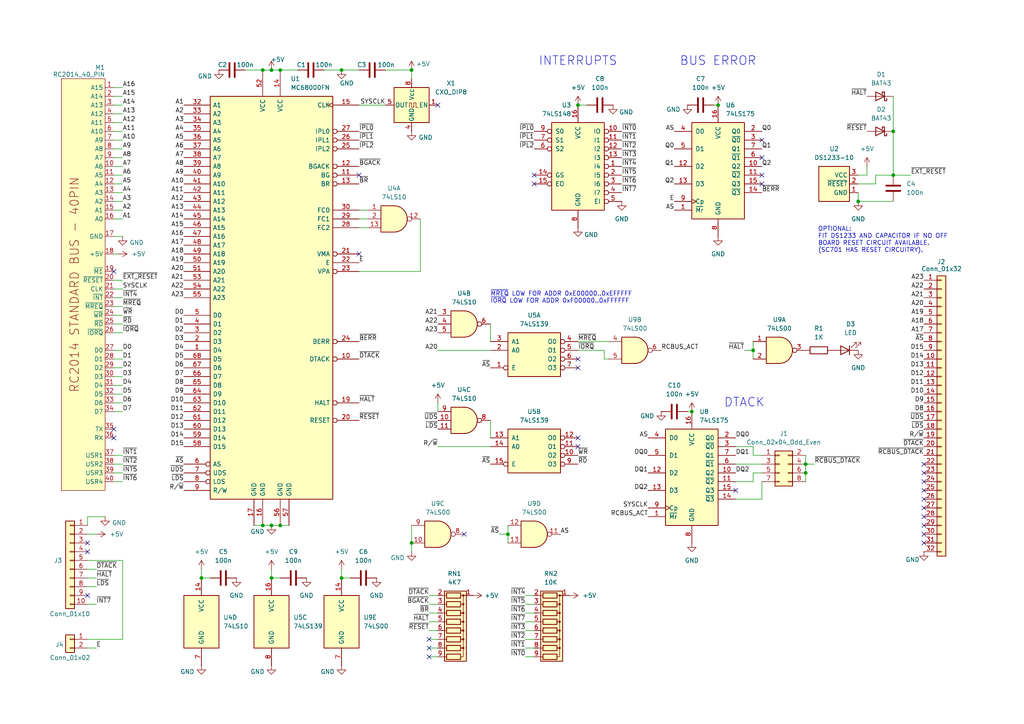
<source format=kicad_sch>
(kicad_sch (version 20231120) (generator "eeschema") (generator_version "8.0")
  (paper "A4")
  (title_block (title "RCBus (80-pin) MC68000 Processor Card") (date "2024-11-18") (rev "0.a"))
  (junction (at 99.06 167.64))
  (junction (at 233.68 134.62))
  (junction (at 147.32 154.94))
  (junction (at 218.44 101.6))
  (junction (at 259.08 38.1))
  (junction (at 78.74 152.4))
  (junction (at 248.92 58.42))
  (junction (at 259.08 50.8))
  (junction (at 78.74 20.32))
  (junction (at 76.2 20.32))
  (junction (at 233.68 137.16))
  (junction (at 78.74 167.64))
  (junction (at 81.28 20.32))
  (junction (at 208.28 30.48))
  (junction (at 119.38 157.48))
  (junction (at 81.28 152.4))
  (junction (at 200.66 119.38))
  (junction (at 58.42 167.64))
  (junction (at 119.38 20.32))
  (junction (at 167.64 30.48))
  (junction (at 99.06 20.32))
  (junction (at 76.2 152.4))
  (no_connect (at 104.14 73.66))
  (no_connect (at 154.94 53.34))
  (no_connect (at 33.02 127))
  (no_connect (at 220.98 50.8))
  (no_connect (at 167.64 106.68))
  (no_connect (at 127 30.48))
  (no_connect (at 167.64 127))
  (no_connect (at 267.97 142.24))
  (no_connect (at 220.98 45.72))
  (no_connect (at 25.4 160.02))
  (no_connect (at 104.14 50.8))
  (no_connect (at 154.94 50.8))
  (no_connect (at 267.97 137.16))
  (no_connect (at 267.97 144.78))
  (no_connect (at 267.97 139.7))
  (no_connect (at 267.97 152.4))
  (no_connect (at 134.62 154.94))
  (no_connect (at 267.97 147.32))
  (no_connect (at 124.46 190.5))
  (no_connect (at 220.98 40.64))
  (no_connect (at 124.46 187.96))
  (no_connect (at 33.02 78.74))
  (no_connect (at 25.4 172.72))
  (no_connect (at 267.97 134.62))
  (no_connect (at 167.64 129.54))
  (no_connect (at 124.46 185.42))
  (no_connect (at 25.4 157.48))
  (no_connect (at 167.64 104.14))
  (no_connect (at 267.97 157.48))
  (no_connect (at 267.97 154.94))
  (no_connect (at 213.36 142.24))
  (no_connect (at 220.98 53.34))
  (no_connect (at 267.97 149.86))
  (no_connect (at 33.02 124.46))
  (wire (pts (xy 127 101.6) (xy 142.24 101.6)))
  (wire (pts (xy 99.06 20.32) (xy 93.98 20.32)))
  (wire (pts (xy 35.56 38.1) (xy 33.02 38.1)))
  (wire (pts (xy 35.56 27.94) (xy 33.02 27.94)))
  (wire (pts (xy 35.56 185.42) (xy 25.4 185.42)))
  (wire (pts (xy 248.92 50.8) (xy 251.46 50.8)))
  (wire (pts (xy 218.44 101.6) (xy 218.44 104.14)))
  (wire (pts (xy 35.56 114.3) (xy 33.02 114.3)))
  (wire (pts (xy 167.64 99.06) (xy 176.53 99.06)))
  (wire (pts (xy 35.56 55.88) (xy 33.02 55.88)))
  (wire (pts (xy 35.56 88.9) (xy 33.02 88.9)))
  (wire (pts (xy 106.68 66.04) (xy 104.14 66.04)))
  (wire (pts (xy 58.42 165.1) (xy 58.42 167.64)))
  (wire (pts (xy 35.56 109.22) (xy 33.02 109.22)))
  (wire (pts (xy 99.06 167.64) (xy 101.6 167.64)))
  (wire (pts (xy 35.56 83.82) (xy 33.02 83.82)))
  (wire (pts (xy 124.46 175.26) (xy 127 175.26)))
  (wire (pts (xy 99.06 20.32) (xy 104.14 20.32)))
  (wire (pts (xy 27.94 187.96) (xy 25.4 187.96)))
  (wire (pts (xy 218.44 129.54) (xy 218.44 132.08)))
  (wire (pts (xy 35.56 101.6) (xy 33.02 101.6)))
  (wire (pts (xy 35.56 63.5) (xy 33.02 63.5)))
  (wire (pts (xy 233.68 134.62) (xy 233.68 137.16)))
  (wire (pts (xy 167.64 30.48) (xy 170.18 30.48)))
  (wire (pts (xy 124.46 177.8) (xy 127 177.8)))
  (wire (pts (xy 73.66 152.4) (xy 76.2 152.4)))
  (wire (pts (xy 78.74 165.1) (xy 78.74 167.64)))
  (wire (pts (xy 147.32 152.4) (xy 147.32 154.94)))
  (wire (pts (xy 259.08 50.8) (xy 264.16 50.8)))
  (wire (pts (xy 35.56 132.08) (xy 33.02 132.08)))
  (wire (pts (xy 127 116.84) (xy 127 119.38)))
  (wire (pts (xy 233.68 137.16) (xy 233.68 139.7)))
  (wire (pts (xy 35.56 53.34) (xy 33.02 53.34)))
  (wire (pts (xy 35.56 30.48) (xy 33.02 30.48)))
  (wire (pts (xy 233.68 134.62) (xy 236.22 134.62)))
  (wire (pts (xy 121.92 78.74) (xy 121.92 63.5)))
  (wire (pts (xy 58.42 167.64) (xy 60.96 167.64)))
  (wire (pts (xy 259.08 38.1) (xy 259.08 50.8)))
  (wire (pts (xy 35.56 162.56) (xy 35.56 185.42)))
  (wire (pts (xy 106.68 60.96) (xy 104.14 60.96)))
  (wire (pts (xy 124.46 187.96) (xy 127 187.96)))
  (wire (pts (xy 111.76 20.32) (xy 119.38 20.32)))
  (wire (pts (xy 218.44 99.06) (xy 218.44 101.6)))
  (wire (pts (xy 33.02 68.58) (xy 35.56 68.58)))
  (wire (pts (xy 154.94 190.5) (xy 152.4 190.5)))
  (wire (pts (xy 248.92 53.34) (xy 254 53.34)))
  (wire (pts (xy 207.01 30.48) (xy 208.28 30.48)))
  (wire (pts (xy 34.29 73.66) (xy 33.02 73.66)))
  (wire (pts (xy 35.56 25.4) (xy 33.02 25.4)))
  (wire (pts (xy 35.56 139.7) (xy 33.02 139.7)))
  (wire (pts (xy 35.56 60.96) (xy 33.02 60.96)))
  (wire (pts (xy 35.56 137.16) (xy 33.02 137.16)))
  (wire (pts (xy 220.98 144.78) (xy 220.98 139.7)))
  (wire (pts (xy 35.56 81.28) (xy 33.02 81.28)))
  (wire (pts (xy 35.56 45.72) (xy 33.02 45.72)))
  (wire (pts (xy 104.14 30.48) (xy 111.76 30.48)))
  (wire (pts (xy 218.44 139.7) (xy 218.44 137.16)))
  (wire (pts (xy 30.48 149.86) (xy 25.4 149.86)))
  (wire (pts (xy 154.94 187.96) (xy 152.4 187.96)))
  (wire (pts (xy 25.4 175.26) (xy 27.94 175.26)))
  (wire (pts (xy 254 53.34) (xy 254 50.8)))
  (wire (pts (xy 119.38 157.48) (xy 119.38 160.02)))
  (wire (pts (xy 213.36 144.78) (xy 220.98 144.78)))
  (wire (pts (xy 35.56 50.8) (xy 33.02 50.8)))
  (wire (pts (xy 78.74 152.4) (xy 81.28 152.4)))
  (wire (pts (xy 27.94 154.94) (xy 25.4 154.94)))
  (wire (pts (xy 76.2 20.32) (xy 78.74 20.32)))
  (wire (pts (xy 154.94 182.88) (xy 152.4 182.88)))
  (wire (pts (xy 175.26 104.14) (xy 175.26 101.6)))
  (wire (pts (xy 81.28 152.4) (xy 83.82 152.4)))
  (wire (pts (xy 119.38 152.4) (xy 119.38 157.48)))
  (wire (pts (xy 144.78 154.94) (xy 147.32 154.94)))
  (wire (pts (xy 215.9 101.6) (xy 218.44 101.6)))
  (wire (pts (xy 35.56 48.26) (xy 33.02 48.26)))
  (wire (pts (xy 99.06 165.1) (xy 99.06 167.64)))
  (wire (pts (xy 78.74 20.32) (xy 81.28 20.32)))
  (wire (pts (xy 154.94 175.26) (xy 152.4 175.26)))
  (wire (pts (xy 176.53 104.14) (xy 175.26 104.14)))
  (wire (pts (xy 154.94 172.72) (xy 152.4 172.72)))
  (wire (pts (xy 35.56 58.42) (xy 33.02 58.42)))
  (wire (pts (xy 124.46 185.42) (xy 127 185.42)))
  (wire (pts (xy 81.28 20.32) (xy 86.36 20.32)))
  (wire (pts (xy 124.46 182.88) (xy 127 182.88)))
  (wire (pts (xy 35.56 111.76) (xy 33.02 111.76)))
  (wire (pts (xy 213.36 139.7) (xy 218.44 139.7)))
  (wire (pts (xy 218.44 132.08) (xy 220.98 132.08)))
  (wire (pts (xy 71.12 20.32) (xy 76.2 20.32)))
  (wire (pts (xy 124.46 190.5) (xy 127 190.5)))
  (wire (pts (xy 35.56 116.84) (xy 33.02 116.84)))
  (wire (pts (xy 147.32 154.94) (xy 147.32 157.48)))
  (wire (pts (xy 259.08 27.94) (xy 259.08 38.1)))
  (wire (pts (xy 251.46 50.8) (xy 251.46 48.26)))
  (wire (pts (xy 167.64 101.6) (xy 175.26 101.6)))
  (wire (pts (xy 106.68 63.5) (xy 104.14 63.5)))
  (wire (pts (xy 154.94 185.42) (xy 152.4 185.42)))
  (wire (pts (xy 142.24 93.98) (xy 142.24 99.06)))
  (wire (pts (xy 35.56 134.62) (xy 33.02 134.62)))
  (wire (pts (xy 233.68 132.08) (xy 233.68 134.62)))
  (wire (pts (xy 213.36 129.54) (xy 218.44 129.54)))
  (wire (pts (xy 104.14 78.74) (xy 121.92 78.74)))
  (wire (pts (xy 127 129.54) (xy 142.24 129.54)))
  (wire (pts (xy 124.46 180.34) (xy 127 180.34)))
  (wire (pts (xy 35.56 35.56) (xy 33.02 35.56)))
  (wire (pts (xy 254 50.8) (xy 259.08 50.8)))
  (wire (pts (xy 25.4 162.56) (xy 35.56 162.56)))
  (wire (pts (xy 25.4 149.86) (xy 25.4 152.4)))
  (wire (pts (xy 35.56 86.36) (xy 33.02 86.36)))
  (wire (pts (xy 35.56 43.18) (xy 33.02 43.18)))
  (wire (pts (xy 199.39 119.38) (xy 200.66 119.38)))
  (wire (pts (xy 35.56 40.64) (xy 33.02 40.64)))
  (wire (pts (xy 25.4 167.64) (xy 27.94 167.64)))
  (wire (pts (xy 35.56 91.44) (xy 33.02 91.44)))
  (wire (pts (xy 119.38 20.32) (xy 119.38 22.86)))
  (wire (pts (xy 218.44 137.16) (xy 220.98 137.16)))
  (wire (pts (xy 35.56 96.52) (xy 33.02 96.52)))
  (wire (pts (xy 78.74 167.64) (xy 81.28 167.64)))
  (wire (pts (xy 248.92 58.42) (xy 248.92 55.88)))
  (wire (pts (xy 27.94 170.18) (xy 25.4 170.18)))
  (wire (pts (xy 35.56 106.68) (xy 33.02 106.68)))
  (wire (pts (xy 259.08 58.42) (xy 248.92 58.42)))
  (wire (pts (xy 213.36 134.62) (xy 220.98 134.62)))
  (wire (pts (xy 35.56 119.38) (xy 33.02 119.38)))
  (wire (pts (xy 35.56 104.14) (xy 33.02 104.14)))
  (wire (pts (xy 154.94 177.8) (xy 152.4 177.8)))
  (wire (pts (xy 35.56 33.02) (xy 33.02 33.02)))
  (wire (pts (xy 142.24 121.92) (xy 142.24 127)))
  (wire (pts (xy 35.56 93.98) (xy 33.02 93.98)))
  (wire (pts (xy 154.94 180.34) (xy 152.4 180.34)))
  (wire (pts (xy 76.2 152.4) (xy 78.74 152.4)))
  (wire (pts (xy 124.46 172.72) (xy 127 172.72)))
  (wire (pts (xy 25.4 165.1) (xy 27.94 165.1)))
  (text "OPTIONAL:\nFIT DS1233 AND CAPACITOR IF NO OFF\nBOARD RESET CIRCUIT AVAILABLE.\n(SC701 HAS RESET CIRCUITRY)." (at 237.236 69.596 0) (effects (font (size 1.27 1.27)) (justify left)))
  (text "INTERRUPTS" (at 167.64 17.78 0) (effects (font (size 2.54 2.54))))
  (text "DTACK" (at 215.9 116.84 0) (effects (font (size 2.54 2.54))))
  (text "~{MREQ} LOW FOR ADDR 0xE00000..0xEFFFFF\n~{IORQ} LOW FOR ADDR 0xF00000..0xFFFFFF" (at 142.24 86.36 0) (effects (font (size 1.27 1.27)) (justify left)))
  (text "BUS ERROR" (at 208.28 17.78 0) (effects (font (size 2.54 2.54))))
  (label "D9" (at 53.34 114.3 180))
  (label "~{RD}" (at 35.56 93.98 0))
  (label "A17" (at 267.97 96.52 180))
  (label "DQ0" (at 187.96 132.08 180))
  (label "D2" (at 53.34 96.52 180))
  (label "~{INT5}" (at 35.56 137.16 0))
  (label "A1" (at 35.56 63.5 0))
  (label "D10" (at 267.97 114.3 180))
  (label "~{INT3}" (at 180.34 45.72 0))
  (label "~{INT6}" (at 35.56 139.7 0))
  (label "A19" (at 53.34 76.2 180))
  (label "~{INT0}" (at 180.34 38.1 0))
  (label "A19" (at 267.97 91.44 180))
  (label "~{INT5}" (at 152.4 175.26 180))
  (label "A15" (at 35.56 27.94 0))
  (label "A13" (at 35.56 33.02 0))
  (label "A15" (at 53.34 66.04 180))
  (label "~{INT4}" (at 180.34 48.26 0))
  (label "~{BR}" (at 104.14 53.34 0))
  (label "SYSCLK" (at 111.76 30.48 180))
  (label "SYSCLK" (at 35.56 83.82 0))
  (label "~{INT2}" (at 180.34 43.18 0))
  (label "A5" (at 53.34 40.64 180))
  (label "A8" (at 53.34 48.26 180))
  (label "A3" (at 35.56 58.42 0))
  (label "D0" (at 53.34 91.44 180))
  (label "D2" (at 35.56 106.68 0))
  (label "A9" (at 35.56 43.18 0))
  (label "AS" (at 195.58 60.96 180))
  (label "~{MREQ}" (at 167.64 99.06 0))
  (label "E" (at 104.14 76.2 0))
  (label "~{BR}" (at 124.46 177.8 180))
  (label "Q2" (at 195.58 53.34 180))
  (label "D1" (at 35.56 104.14 0))
  (label "~{AS}" (at 142.24 106.68 180))
  (label "AS" (at 162.56 154.94 0))
  (label "A21" (at 267.97 86.36 180))
  (label "A14" (at 35.56 30.48 0))
  (label "A11" (at 35.56 38.1 0))
  (label "D12" (at 267.97 109.22 180))
  (label "A18" (at 267.97 93.98 180))
  (label "D6" (at 53.34 106.68 180))
  (label "AS" (at 187.96 127 180))
  (label "A4" (at 53.34 38.1 180))
  (label "~{RCBUS_DTACK}" (at 267.97 132.08 180))
  (label "RCBUS_ACT" (at 187.96 149.86 180))
  (label "~{UDS}" (at 267.97 121.92 180))
  (label "E" (at 27.94 187.96 0))
  (label "A23" (at 127 96.52 180))
  (label "D13" (at 267.97 106.68 180))
  (label "Q0" (at 195.58 43.18 180))
  (label "A3" (at 53.34 35.56 180))
  (label "~{RCBUS_DTACK}" (at 236.22 134.62 0))
  (label "A12" (at 35.56 35.56 0))
  (label "~{INT3}" (at 152.4 182.88 180))
  (label "~{INT6}" (at 180.34 53.34 0))
  (label "~{DTACK}" (at 104.14 104.14 0))
  (label "A1" (at 53.34 30.48 180))
  (label "D14" (at 267.97 104.14 180))
  (label "A21" (at 127 91.44 180))
  (label "A22" (at 267.97 83.82 180))
  (label "A12" (at 53.34 58.42 180))
  (label "D4" (at 53.34 101.6 180))
  (label "~{HALT}" (at 215.9 101.6 180))
  (label "~{INT1}" (at 35.56 132.08 0))
  (label "D14" (at 53.34 127 180))
  (label "DQ2" (at 187.96 142.24 180))
  (label "R{slash}~{W}" (at 267.97 127 180))
  (label "DQ1" (at 187.96 137.16 180))
  (label "A21" (at 53.34 81.28 180))
  (label "~{IPL1}" (at 154.94 40.64 180))
  (label "A8" (at 35.56 45.72 0))
  (label "A13" (at 53.34 60.96 180))
  (label "A20" (at 53.34 78.74 180))
  (label "~{EXT_RESET}" (at 264.16 50.8 0))
  (label "R{slash}~{W}" (at 127 129.54 180))
  (label "~{WR}" (at 167.64 132.08 0))
  (label "~{RD}" (at 167.64 134.62 0))
  (label "~{WR}" (at 35.56 91.44 0))
  (label "A16" (at 35.56 25.4 0))
  (label "~{INT2}" (at 35.56 134.62 0))
  (label "A2" (at 35.56 60.96 0))
  (label "~{LDS}" (at 127 124.46 180))
  (label "~{BGACK}" (at 124.46 175.26 180))
  (label "~{RESET}" (at 104.14 121.92 0))
  (label "D12" (at 53.34 121.92 180))
  (label "~{IPL0}" (at 104.14 38.1 0))
  (label "A6" (at 35.56 50.8 0))
  (label "D6" (at 35.56 116.84 0))
  (label "DQ0" (at 213.36 127 0))
  (label "A23" (at 53.34 86.36 180))
  (label "~{BERR}" (at 220.98 55.88 0))
  (label "A22" (at 127 93.98 180))
  (label "A17" (at 53.34 71.12 180))
  (label "~{LDS}" (at 53.34 139.7 180))
  (label "A14" (at 53.34 63.5 180))
  (label "~{UDS}" (at 127 121.92 180))
  (label "D4" (at 35.56 111.76 0))
  (label "~{RESET}" (at 251.46 38.1 180))
  (label "D8" (at 267.97 119.38 180))
  (label "A18" (at 53.34 73.66 180))
  (label "~{HALT}" (at 104.14 116.84 0))
  (label "A11" (at 53.34 55.88 180))
  (label "D10" (at 53.34 116.84 180))
  (label "D0" (at 35.56 101.6 0))
  (label "RCBUS_ACT" (at 191.77 101.6 0))
  (label "~{INT1}" (at 152.4 187.96 180))
  (label "~{INT7}" (at 27.94 175.26 0))
  (label "A9" (at 53.34 50.8 180))
  (label "~{INT1}" (at 180.34 40.64 0))
  (label "~{INT4}" (at 35.56 86.36 0))
  (label "~{INT7}" (at 180.34 55.88 0))
  (label "D13" (at 53.34 124.46 180))
  (label "A7" (at 53.34 45.72 180))
  (label "AS" (at 195.58 38.1 180))
  (label "~{IORQ}" (at 167.64 101.6 0))
  (label "~{IPL1}" (at 104.14 40.64 0))
  (label "~{DTACK}" (at 124.46 172.72 180))
  (label "D9" (at 267.97 116.84 180))
  (label "A7" (at 35.56 48.26 0))
  (label "~{RESET}" (at 124.46 182.88 180))
  (label "~{LDS}" (at 27.94 170.18 0))
  (label "~{INT5}" (at 180.34 50.8 0))
  (label "A20" (at 127 101.6 180))
  (label "R{slash}~{W}" (at 53.34 142.24 180))
  (label "A2" (at 53.34 33.02 180))
  (label "~{INT2}" (at 152.4 185.42 180))
  (label "Q1" (at 220.98 43.18 0))
  (label "D5" (at 35.56 114.3 0))
  (label "~{INT6}" (at 152.4 177.8 180))
  (label "A5" (at 35.56 53.34 0))
  (label "D15" (at 53.34 129.54 180))
  (label "~{HALT}" (at 124.46 180.34 180))
  (label "~{AS}" (at 53.34 134.62 180))
  (label "~{HALT}" (at 251.46 27.94 180))
  (label "~{IPL2}" (at 154.94 43.18 180))
  (label "Q1" (at 195.58 48.26 180))
  (label "~{DTACK}" (at 27.94 165.1 0))
  (label "A16" (at 53.34 68.58 180))
  (label "A20" (at 267.97 88.9 180))
  (label "D15" (at 267.97 101.6 180))
  (label "DQ1" (at 213.36 132.08 0))
  (label "~{IPL0}" (at 154.94 38.1 180))
  (label "D1" (at 53.34 93.98 180))
  (label "~{AS}" (at 142.24 134.62 180))
  (label "A23" (at 267.97 81.28 180))
  (label "~{AS}" (at 144.78 154.94 180))
  (label "~{INT4}" (at 152.4 172.72 180))
  (label "~{DTACK}" (at 267.97 129.54 180))
  (label "D11" (at 53.34 119.38 180))
  (label "D3" (at 35.56 109.22 0))
  (label "~{UDS}" (at 53.34 137.16 180))
  (label "D3" (at 53.34 99.06 180))
  (label "D7" (at 53.34 109.22 180))
  (label "~{BGACK}" (at 104.14 48.26 0))
  (label "A4" (at 35.56 55.88 0))
  (label "~{IPL2}" (at 104.14 43.18 0))
  (label "D8" (at 53.34 111.76 180))
  (label "A10" (at 53.34 53.34 180))
  (label "DQ2" (at 213.36 137.16 0))
  (label "~{INT7}" (at 152.4 180.34 180))
  (label "~{AS}" (at 267.97 99.06 180))
  (label "~{EXT_RESET}" (at 35.56 81.28 0))
  (label "~{MREQ}" (at 35.56 88.9 0))
  (label "~{INT0}" (at 152.4 190.5 180))
  (label "~{HALT}" (at 27.94 167.64 0))
  (label "~{LDS}" (at 267.97 124.46 180))
  (label "Q0" (at 220.98 38.1 0))
  (label "A10" (at 35.56 40.64 0))
  (label "E" (at 195.58 58.42 180))
  (label "D11" (at 267.97 111.76 180))
  (label "A6" (at 53.34 43.18 180))
  (label "SYSCLK" (at 187.96 147.32 180))
  (label "Q2" (at 220.98 48.26 0))
  (label "~{IORQ}" (at 35.56 96.52 0))
  (label "D5" (at 53.34 104.14 180))
  (label "~{BERR}" (at 104.14 99.06 0))
  (label "A22" (at 53.34 83.82 180))
  (label "D7" (at 35.56 119.38 0))
  (symbol (lib_id "power:GND") (at 68.58 167.64 0) (unit 1)
    (property "Reference" "#PWR023" (effects (hide yes)))
    (property "Value" "GND" (at 68.58 172.72 0))
    (property "Description" "Power symbol creates a global label with name \"GND\" , ground" (effects (hide yes)))
  )
  (symbol (lib_id "74xx:74LS00") (at 154.94 154.94 0) (unit 4)
    (property "Reference" "U9" (at 154.9317 146.05 0))
    (property "Value" "74LS00" (at 154.9317 148.59 0))
    (property "Footprint" "Package_DIP:DIP-14_W7.62mm_Socket" (effects (hide yes)))
    (property "Datasheet" "http://www.ti.com/lit/gpn/sn74ls00" (effects (hide yes)))
    (property "Description" "quad 2-input NAND gate" (effects (hide yes)))
  )
  (symbol (lib_id "Device:C") (at 90.17 20.32 90) (unit 1)
    (property "Reference" "C1" (at 87.376 18.796 90))
    (property "Value" "100n" (at 93.98 18.796 90))
    (property "Footprint" "Capacitor_THT:C_Disc_D5.0mm_W2.5mm_P2.50mm" (effects (hide yes)))
    (property "Description" "Unpolarized capacitor" (effects (hide yes)))
  )
  (symbol (lib_id "power:+5V") (at 78.74 20.32 0) (unit 1)
    (property "Reference" "#PWR08" (effects (hide yes)))
    (property "Value" "+5V" (at 80.518 17.272 0))
    (property "Description" "Power symbol creates a global label with name \"+5V\"" (effects (hide yes)))
  )
  (symbol (lib_id "power:GND") (at 78.74 193.04 0) (unit 1)
    (property "Reference" "#PWR010" (effects (hide yes)))
    (property "Value" "GND" (at 74.676 194.818 0))
    (property "Description" "Power symbol creates a global label with name \"GND\" , ground" (effects (hide yes)))
  )
  (symbol (lib_id "power:GND") (at 208.28 68.58 0) (mirror y) (unit 1)
    (property "Reference" "#PWR026" (effects (hide yes)))
    (property "Value" "GND" (at 208.28 73.66 0))
  )
  (symbol (lib_id "74xx:74LS139") (at 154.94 101.6 0) (unit 1)
    (property "Reference" "U5" (at 154.94 91.44 0))
    (property "Value" "74LS139" (at 154.94 93.98 0))
    (property "Footprint" "Package_DIP:DIP-16_W7.62mm_Socket" (effects (hide yes)))
    (property "Datasheet" "http://www.ti.com/lit/ds/symlink/sn74ls139a.pdf" (effects (hide yes)))
    (property "Description" "Dual Decoder 1 of 4, Active low outputs" (effects (hide yes)))
  )
  (symbol (lib_id "Device:LED") (at 245.11 101.6 180) (unit 1)
    (property "Reference" "D3" (at 246.6975 93.98 0))
    (property "Value" "LED" (at 246.6975 96.52 0))
    (property "Footprint" "LED_THT:LED_D3.0mm" (effects (hide yes)))
    (property "Description" "Light emitting diode" (effects (hide yes)))
  )
  (symbol (lib_id "Device:R") (at 237.49 101.6 90) (unit 1)
    (property "Reference" "R1" (at 237.49 95.25 90))
    (property "Value" "1K" (at 237.49 97.79 90))
    (property "Footprint" "Resistor_THT:R_Axial_DIN0207_L6.3mm_D2.5mm_P7.62mm_Horizontal" (effects (hide yes)))
    (property "Description" "Resistor" (effects (hide yes)))
  )
  (symbol (lib_id "Connector_Generic:Conn_01x32") (at 273.05 119.38 0) (unit 1)
    (property "Reference" "J2" (at 271.78 75.946 0) (effects (justify left)))
    (property "Value" "Conn_01x32" (at 267.208 77.978 0) (effects (justify left)))
    (property "Footprint" "Connector_PinSocket_2.54mm:PinSocket_1x32_P2.54mm_Vertical" (effects (hide yes)))
    (property "Description" "Generic connector, single row, 01x32, script generated (kicad-library-utils/schlib/autogen/connector/)" (effects (hide yes)))
  )
  (symbol (lib_id "power:GND") (at 99.06 20.32 0) (mirror y) (unit 1)
    (property "Reference" "#PWR06" (effects (hide yes)))
    (property "Value" "GND" (at 100.584 24.13 0))
    (property "Description" "Power symbol creates a global label with name \"GND\" , ground" (effects (hide yes)))
  )
  (symbol (lib_id "74xx:74LS10") (at 58.42 180.34 0) (unit 4)
    (property "Reference" "U4" (at 64.77 179.0699 0) (effects (justify left)))
    (property "Value" "74LS10" (at 64.77 181.6099 0) (effects (justify left)))
    (property "Footprint" "Package_DIP:DIP-14_W7.62mm_Socket" (effects (hide yes)))
    (property "Datasheet" "http://www.ti.com/lit/gpn/sn74LS10" (effects (hide yes)))
    (property "Description" "Triple 3-input NAND" (effects (hide yes)))
  )
  (symbol (lib_id "power:GND") (at 63.5 20.32 0) (unit 1)
    (property "Reference" "#PWR07" (effects (hide yes)))
    (property "Value" "GND" (at 59.436 22.098 0))
    (property "Description" "Power symbol creates a global label with name \"GND\" , ground" (effects (hide yes)))
  )
  (symbol (lib_id "power:+5V") (at 99.06 165.1 0) (unit 1)
    (property "Reference" "#PWR05" (effects (hide yes)))
    (property "Value" "+5V" (at 99.06 160.02 0))
    (property "Description" "Power symbol creates a global label with name \"+5V\"" (effects (hide yes)))
  )
  (symbol (lib_id "CPU_NXP_68000:MC68000FN") (at 78.74 86.36 0) (mirror y) (unit 1)
    (property "Reference" "U1" (at 84.2965 22.86 0) (effects (justify right)))
    (property "Value" "MC68000FN" (at 84.2965 25.4 0) (effects (justify right)))
    (property "Footprint" "Package_LCC:PLCC-68_THT-Socket" (effects (hide yes)))
    (property "Datasheet" "https://www.nxp.com/docs/en/reference-manual/MC68000UM.pdf" (effects (hide yes)))
    (property "Description" "Microprocessor, 16-bit bus" (effects (hide yes)))
  )
  (symbol (lib_id "power:GND") (at 99.06 193.04 0) (unit 1)
    (property "Reference" "#PWR04" (effects (hide yes)))
    (property "Value" "GND" (at 94.996 194.818 0))
    (property "Description" "Power symbol creates a global label with name \"GND\" , ground" (effects (hide yes)))
  )
  (symbol (lib_id "Diode:BAT43") (at 255.27 27.94 180) (unit 1)
    (property "Reference" "D1" (at 255.5875 21.59 0))
    (property "Value" "BAT43" (at 255.5875 24.13 0))
    (property "Footprint" "Diode_THT:D_DO-35_SOD27_P7.62mm_Horizontal" (effects (hide yes)))
    (property "Datasheet" "http://www.vishay.com/docs/85660/bat42.pdf" (effects (hide yes)))
    (property "Description" "30V 0.2A Small Signal Schottky Diode, DO-35" (effects (hide yes)))
  )
  (symbol (lib_id "power:GND") (at 58.42 193.04 0) (unit 1)
    (property "Reference" "#PWR020" (effects (hide yes)))
    (property "Value" "GND" (at 54.356 194.818 0))
    (property "Description" "Power symbol creates a global label with name \"GND\" , ground" (effects (hide yes)))
  )
  (symbol (lib_id "power:GND") (at 119.38 160.02 0) (unit 1)
    (property "Reference" "#PWR034" (effects (hide yes)))
    (property "Value" "GND" (at 115.316 161.798 0))
    (property "Description" "Power symbol creates a global label with name \"GND\" , ground" (effects (hide yes)))
  )
  (symbol (lib_id "Connector_Generic:Conn_02x04_Odd_Even") (at 226.06 134.62 0) (unit 1)
    (property "Reference" "J1" (at 227.33 125.73 0))
    (property "Value" "Conn_02x04_Odd_Even" (at 227.33 128.27 0))
    (property "Footprint" "Connector_PinHeader_2.54mm:PinHeader_2x04_P2.54mm_Vertical" (effects (hide yes)))
    (property "Description" "Generic connector, double row, 02x04, odd/even pin numbering scheme (row 1 odd numbers, row 2 even numbers), script generated (kicad-library-utils/schlib/autogen/connector/)" (effects (hide yes)))
  )
  (symbol (lib_id "Connector_Generic:Conn_01x10") (at 20.32 162.56 0) (mirror y) (unit 1)
    (property "Reference" "J3" (at 18.034 162.56 0) (effects (justify left)))
    (property "Value" "Conn_01x10" (at 26.162 178.054 0) (effects (justify left)))
    (property "Footprint" "Connector_PinHeader_2.54mm:PinHeader_1x10_P2.54mm_Vertical" (effects (hide yes)))
    (property "Description" "Generic connector, single row, 01x10, script generated (kicad-library-utils/schlib/autogen/connector/)" (effects (hide yes)))
  )
  (symbol (lib_id "74xx:74LS139") (at 154.94 129.54 0) (unit 2)
    (property "Reference" "U5" (at 154.94 119.38 0))
    (property "Value" "74LS139" (at 154.94 121.92 0))
    (property "Footprint" "Package_DIP:DIP-16_W7.62mm_Socket" (effects (hide yes)))
    (property "Datasheet" "http://www.ti.com/lit/ds/symlink/sn74ls139a.pdf" (effects (hide yes)))
    (property "Description" "Dual Decoder 1 of 4, Active low outputs" (effects (hide yes)))
  )
  (symbol (lib_id "74xx:74LS10") (at 114.3 63.5 0) (unit 1)
    (property "Reference" "U4" (at 114.2917 54.61 0))
    (property "Value" "74LS10" (at 114.2917 57.15 0))
    (property "Footprint" "Package_DIP:DIP-14_W7.62mm_Socket" (effects (hide yes)))
    (property "Datasheet" "http://www.ti.com/lit/gpn/sn74LS10" (effects (hide yes)))
    (property "Description" "Triple 3-input NAND" (effects (hide yes)))
  )
  (symbol (lib_id "power:GND") (at 88.9 167.64 0) (unit 1)
    (property "Reference" "#PWR032" (effects (hide yes)))
    (property "Value" "GND" (at 88.9 172.72 0))
    (property "Description" "Power symbol creates a global label with name \"GND\" , ground" (effects (hide yes)))
  )
  (symbol (lib_id "power:GND") (at 200.66 157.48 0) (mirror y) (unit 1)
    (property "Reference" "#PWR033" (effects (hide yes)))
    (property "Value" "GND" (at 200.66 162.56 0))
  )
  (symbol (lib_id "Device:C") (at 107.95 20.32 90) (unit 1)
    (property "Reference" "C3" (at 104.902 18.796 90))
    (property "Value" "100n" (at 112.014 18.796 90))
    (property "Footprint" "Capacitor_THT:C_Disc_D5.0mm_W2.5mm_P2.50mm" (effects (hide yes)))
    (property "Description" "Unpolarized capacitor" (effects (hide yes)))
  )
  (symbol (lib_id "Device:C") (at 105.41 167.64 90) (unit 1)
    (property "Reference" "C6" (at 105.41 160.02 90))
    (property "Value" "100n" (at 105.41 162.56 90))
    (property "Footprint" "Capacitor_THT:C_Disc_D5.0mm_W2.5mm_P2.50mm" (effects (hide yes)))
    (property "Description" "Unpolarized capacitor" (effects (hide yes)))
  )
  (symbol (lib_id "74xx:74LS139") (at 78.74 180.34 0) (unit 3)
    (property "Reference" "U5" (at 85.09 179.0699 0) (effects (justify left)))
    (property "Value" "74LS139" (at 85.09 181.6099 0) (effects (justify left)))
    (property "Footprint" "Package_DIP:DIP-16_W7.62mm_Socket" (effects (hide yes)))
    (property "Datasheet" "http://www.ti.com/lit/ds/symlink/sn74ls139a.pdf" (effects (hide yes)))
    (property "Description" "Dual Decoder 1 of 4, Active low outputs" (effects (hide yes)))
  )
  (symbol (lib_id "MyLibrary2023:RC2014_40_PIN") (at 25.4 78.74 0) (unit 1)
    (property "Reference" "M1" (at 30.48 19.558 0) (effects (justify right)))
    (property "Value" "RC2014_40_PIN" (at 30.48 21.59 0) (effects (justify right)))
    (property "Footprint" "MyLibrary2023:RC2014_STD_40_PIN" (effects (hide yes)))
    (property "Description" "RC2014 Standard Bus 40 Pin" (effects (hide yes)))
  )
  (symbol (lib_id "power:GND") (at 119.38 38.1 0) (mirror y) (unit 1)
    (property "Reference" "#PWR09" (effects (hide yes)))
    (property "Value" "GND" (at 123.444 39.878 0))
    (property "Description" "Power symbol creates a global label with name \"GND\" , ground" (effects (hide yes)))
  )
  (symbol (lib_id "74xx:74LS175") (at 200.66 137.16 0) (unit 1)
    (property "Reference" "U8" (at 202.8541 119.38 0) (effects (justify left)))
    (property "Value" "74LS175" (at 202.8541 121.92 0) (effects (justify left)))
    (property "Footprint" "Package_DIP:DIP-16_W7.62mm_Socket" (effects (hide yes)))
    (property "Datasheet" "http://www.ti.com/lit/gpn/sn74LS175" (effects (hide yes)))
    (property "Description" "4-bit D Flip-Flop, reset" (effects (hide yes)))
  )
  (symbol (lib_id "74xx:74LS175") (at 208.28 48.26 0) (unit 1)
    (property "Reference" "U6" (at 210.4741 30.48 0) (effects (justify left)))
    (property "Value" "74LS175" (at 210.4741 33.02 0) (effects (justify left)))
    (property "Footprint" "Package_DIP:DIP-16_W7.62mm_Socket" (effects (hide yes)))
    (property "Datasheet" "http://www.ti.com/lit/gpn/sn74LS175" (effects (hide yes)))
    (property "Description" "4-bit D Flip-Flop, reset" (effects (hide yes)))
  )
  (symbol (lib_id "Device:C") (at 173.99 30.48 90) (unit 1)
    (property "Reference" "C8" (at 173.99 22.86 90))
    (property "Value" "100n" (at 173.99 25.4 90))
    (property "Footprint" "Capacitor_THT:C_Disc_D5.0mm_W2.5mm_P2.50mm" (effects (hide yes)))
    (property "Description" "Unpolarized capacitor" (effects (hide yes)))
  )
  (symbol (lib_id "power:GND") (at 78.74 152.4 0) (unit 1)
    (property "Reference" "#PWR03" (effects (hide yes)))
    (property "Value" "GND" (at 74.676 154.178 0))
    (property "Description" "Power symbol creates a global label with name \"GND\" , ground" (effects (hide yes)))
  )
  (symbol (lib_id "power:+5V") (at 137.16 172.72 270) (unit 1)
    (property "Reference" "#PWR014" (effects (hide yes)))
    (property "Value" "+5V" (at 140.4945 172.7199 90) (effects (justify left)))
    (property "Description" "Power symbol creates a global label with name \"+5V\"" (effects (hide yes)))
  )
  (symbol (lib_id "74xx:74LS00") (at 127 154.94 0) (unit 3)
    (property "Reference" "U9" (at 126.9917 146.05 0))
    (property "Value" "74LS00" (at 126.9917 148.59 0))
    (property "Footprint" "Package_DIP:DIP-14_W7.62mm_Socket" (effects (hide yes)))
    (property "Datasheet" "http://www.ti.com/lit/gpn/sn74ls00" (effects (hide yes)))
    (property "Description" "quad 2-input NAND gate" (effects (hide yes)))
  )
  (symbol (lib_id "Diode:BAT43") (at 255.27 38.1 180) (unit 1)
    (property "Reference" "D2" (at 255.5875 31.75 0))
    (property "Value" "BAT43" (at 255.5875 34.29 0))
    (property "Footprint" "Diode_THT:D_DO-35_SOD27_P7.62mm_Horizontal" (effects (hide yes)))
    (property "Datasheet" "http://www.vishay.com/docs/85660/bat42.pdf" (effects (hide yes)))
    (property "Description" "30V 0.2A Small Signal Schottky Diode, DO-35" (effects (hide yes)))
  )
  (symbol (lib_id "power:GND") (at 199.39 30.48 0) (mirror y) (unit 1)
    (property "Reference" "#PWR027" (effects (hide yes)))
    (property "Value" "GND" (at 195.326 31.75 0))
  )
  (symbol (lib_id "Device:C") (at 64.77 167.64 90) (unit 1)
    (property "Reference" "C5" (at 64.77 160.02 90))
    (property "Value" "100n" (at 64.77 162.56 90))
    (property "Footprint" "Capacitor_THT:C_Disc_D5.0mm_W2.5mm_P2.50mm" (effects (hide yes)))
    (property "Description" "Unpolarized capacitor" (effects (hide yes)))
  )
  (symbol (lib_id "power:GND") (at 248.92 58.42 0) (unit 1)
    (property "Reference" "#PWR012" (effects (hide yes)))
    (property "Value" "GND" (at 248.92 63.5 0))
    (property "Description" "Power symbol creates a global label with name \"GND\" , ground" (effects (hide yes)))
  )
  (symbol (lib_id "Device:R_Network08") (at 132.08 182.88 270) (unit 1)
    (property "Reference" "RN1" (at 131.826 166.37 90))
    (property "Value" "4K7" (at 131.826 168.91 90))
    (property "Footprint" "Resistor_THT:R_Array_SIP9" (effects (hide yes)))
    (property "Datasheet" "http://www.vishay.com/docs/31509/csc.pdf" (effects (hide yes)))
    (property "Description" "8 resistor network, star topology, bussed resistors, small symbol" (effects (hide yes)))
  )
  (symbol (lib_id "74xx:74LS10") (at 134.62 121.92 0) (unit 3)
    (property "Reference" "U4" (at 134.6117 113.03 0))
    (property "Value" "74LS10" (at 134.6117 115.57 0))
    (property "Footprint" "Package_DIP:DIP-14_W7.62mm_Socket" (effects (hide yes)))
    (property "Datasheet" "http://www.ti.com/lit/gpn/sn74LS10" (effects (hide yes)))
    (property "Description" "Triple 3-input NAND" (effects (hide yes)))
  )
  (symbol (lib_id "power:+5V") (at 58.42 165.1 0) (unit 1)
    (property "Reference" "#PWR022" (effects (hide yes)))
    (property "Value" "+5V" (at 58.42 160.02 0))
    (property "Description" "Power symbol creates a global label with name \"+5V\"" (effects (hide yes)))
  )
  (symbol (lib_id "Oscillator:CXO_DIP8") (at 119.38 30.48 0) (mirror y) (unit 1)
    (property "Reference" "X1" (at 130.81 24.1614 0))
    (property "Value" "CXO_DIP8" (at 130.81 26.7014 0))
    (property "Footprint" "Oscillator:Oscillator_DIP-8" (effects (hide yes)))
    (property "Datasheet" "http://cdn-reichelt.de/documents/datenblatt/B400/OSZI.pdf" (effects (hide yes)))
    (property "Description" "Crystal Clock Oscillator, DIP8-style metal package" (effects (hide yes)))
  )
  (symbol (lib_id "power:GND") (at 167.64 66.04 0) (mirror y) (unit 1)
    (property "Reference" "#PWR018" (effects (hide yes)))
    (property "Value" "GND" (at 171.45 68.072 0))
  )
  (symbol (lib_id "power:GND") (at 177.8 30.48 0) (mirror y) (unit 1)
    (property "Reference" "#PWR029" (effects (hide yes)))
    (property "Value" "GND" (at 181.61 32.512 0))
  )
  (symbol (lib_id "Connector_Generic:Conn_01x02") (at 20.32 185.42 0) (mirror y) (unit 1)
    (property "Reference" "J4" (at 17.272 186.944 0))
    (property "Value" "Conn_01x02" (at 20.32 190.754 0))
    (property "Footprint" "Connector_PinHeader_2.54mm:PinHeader_1x02_P2.54mm_Vertical" (effects (hide yes)))
    (property "Description" "Generic connector, single row, 01x02, script generated (kicad-library-utils/schlib/autogen/connector/)" (effects (hide yes)))
  )
  (symbol (lib_id "power:+5V") (at 165.1 172.72 270) (mirror x) (unit 1)
    (property "Reference" "#PWR015" (effects (hide yes)))
    (property "Value" "+5V" (at 168.91 172.72 90) (effects (justify left)))
  )
  (symbol (lib_id "power:+5V") (at 208.28 30.48 0) (unit 1)
    (property "Reference" "#PWR028" (effects (hide yes)))
    (property "Value" "+5V" (at 208.28 25.4 0))
    (property "Description" "Power symbol creates a global label with name \"+5V\"" (effects (hide yes)))
  )
  (symbol (lib_id "Device:C") (at 203.2 30.48 90) (unit 1)
    (property "Reference" "C7" (at 203.2 22.86 90))
    (property "Value" "100n" (at 203.2 25.4 90))
    (property "Footprint" "Capacitor_THT:C_Disc_D5.0mm_W2.5mm_P2.50mm" (effects (hide yes)))
    (property "Description" "Unpolarized capacitor" (effects (hide yes)))
  )
  (symbol (lib_id "Device:C") (at 259.08 54.61 0) (unit 1)
    (property "Reference" "C4" (at 262.89 53.3399 0) (effects (justify left)))
    (property "Value" "100n" (at 262.89 55.8799 0) (effects (justify left)))
    (property "Footprint" "Capacitor_THT:C_Disc_D5.0mm_W2.5mm_P2.50mm" (effects (hide yes)))
    (property "Description" "Unpolarized capacitor" (effects (hide yes)))
  )
  (symbol (lib_id "power:GND") (at 248.92 101.6 0) (unit 1)
    (property "Reference" "#PWR019" (effects (hide yes)))
    (property "Value" "GND" (at 248.92 106.68 0))
    (property "Description" "Power symbol creates a global label with name \"GND\" , ground" (effects (hide yes)))
  )
  (symbol (lib_id "power:GND") (at 35.56 68.58 0) (mirror y) (unit 1)
    (property "Reference" "#PWR01" (effects (hide yes)))
    (property "Value" "GND" (at 39.624 70.358 0))
    (property "Description" "Power symbol creates a global label with name \"GND\" , ground" (effects (hide yes)))
  )
  (symbol (lib_id "74xx:74LS00") (at 184.15 101.6 0) (unit 2)
    (property "Reference" "U9" (at 184.1417 92.71 0))
    (property "Value" "74LS00" (at 184.1417 95.25 0))
    (property "Footprint" "Package_DIP:DIP-14_W7.62mm_Socket" (effects (hide yes)))
    (property "Datasheet" "http://www.ti.com/lit/gpn/sn74ls00" (effects (hide yes)))
    (property "Description" "quad 2-input NAND gate" (effects (hide yes)))
  )
  (symbol (lib_id "power:+5V") (at 34.29 73.66 270) (mirror x) (unit 1)
    (property "Reference" "#PWR02" (effects (hide yes)))
    (property "Value" "+5V" (at 38.1 73.6599 90) (effects (justify left)))
    (property "Description" "Power symbol creates a global label with name \"+5V\"" (effects (hide yes)))
  )
  (symbol (lib_id "power:+5V") (at 200.66 119.38 0) (unit 1)
    (property "Reference" "#PWR025" (effects (hide yes)))
    (property "Value" "+5V" (at 200.66 114.3 0))
    (property "Description" "Power symbol creates a global label with name \"+5V\"" (effects (hide yes)))
  )
  (symbol (lib_id "power:GND") (at 180.34 58.42 0) (mirror y) (unit 1)
    (property "Reference" "#PWR016" (effects (hide yes)))
    (property "Value" "GND" (at 180.34 63.5 0))
  )
  (symbol (lib_id "74xx:74LS148") (at 167.64 48.26 0) (mirror y) (unit 1)
    (property "Reference" "U3" (at 165.6841 30.48 0) (effects (justify left)))
    (property "Value" "74LS148" (at 165.6841 33.02 0) (effects (justify left)))
    (property "Footprint" "Package_DIP:DIP-16_W7.62mm_Socket" (effects (hide yes)))
    (property "Datasheet" "http://www.ti.com/lit/gpn/sn74LS148" (effects (hide yes)))
  )
  (symbol (lib_id "power:+5V") (at 119.38 20.32 0) (unit 1)
    (property "Reference" "#PWR011" (effects (hide yes)))
    (property "Value" "+5V" (at 122.682 18.542 0))
    (property "Description" "Power symbol creates a global label with name \"+5V\"" (effects (hide yes)))
  )
  (symbol (lib_id "power:+5V") (at 127 116.84 0) (unit 1)
    (property "Reference" "#PWR030" (effects (hide yes)))
    (property "Value" "+5V" (at 127 111.76 0))
    (property "Description" "Power symbol creates a global label with name \"+5V\"" (effects (hide yes)))
  )
  (symbol (lib_id "power:GND") (at 30.48 149.86 0) (mirror y) (unit 1)
    (property "Reference" "#PWR037" (effects (hide yes)))
    (property "Value" "GND" (at 34.544 151.638 0))
    (property "Description" "Power symbol creates a global label with name \"GND\" , ground" (effects (hide yes)))
  )
  (symbol (lib_id "74xx:74LS00") (at 226.06 101.6 0) (unit 1)
    (property "Reference" "U9" (at 226.0517 92.71 0))
    (property "Value" "74LS00" (at 226.0517 95.25 0))
    (property "Footprint" "Package_DIP:DIP-14_W7.62mm_Socket" (effects (hide yes)))
    (property "Datasheet" "http://www.ti.com/lit/gpn/sn74ls00" (effects (hide yes)))
    (property "Description" "quad 2-input NAND gate" (effects (hide yes)))
  )
  (symbol (lib_id "Device:C") (at 195.58 119.38 90) (unit 1)
    (property "Reference" "C10" (at 195.58 111.76 90))
    (property "Value" "100n" (at 195.58 114.3 90))
    (property "Footprint" "Capacitor_THT:C_Disc_D5.0mm_W2.5mm_P2.50mm" (effects (hide yes)))
    (property "Description" "Unpolarized capacitor" (effects (hide yes)))
  )
  (symbol (lib_id "Device:R_Network08") (at 160.02 182.88 270) (unit 1)
    (property "Reference" "RN2" (at 159.766 166.37 90))
    (property "Value" "10K" (at 159.766 168.91 90))
    (property "Footprint" "Resistor_THT:R_Array_SIP9" (effects (hide yes)))
    (property "Datasheet" "http://www.vishay.com/docs/31509/csc.pdf" (effects (hide yes)))
  )
  (symbol (lib_id "74xx:74LS10") (at 134.62 93.98 0) (unit 2)
    (property "Reference" "U4" (at 134.6117 85.09 0))
    (property "Value" "74LS10" (at 134.6117 87.63 0))
    (property "Footprint" "Package_DIP:DIP-14_W7.62mm_Socket" (effects (hide yes)))
    (property "Datasheet" "http://www.ti.com/lit/gpn/sn74LS10" (effects (hide yes)))
    (property "Description" "Triple 3-input NAND" (effects (hide yes)))
  )
  (symbol (lib_id "power:+5V") (at 167.64 30.48 0) (mirror y) (unit 1)
    (property "Reference" "#PWR017" (effects (hide yes)))
    (property "Value" "+5V" (at 167.64 25.4 0))
  )
  (symbol (lib_id "power:GND") (at 109.22 167.64 0) (unit 1)
    (property "Reference" "#PWR021" (effects (hide yes)))
    (property "Value" "GND" (at 109.22 172.72 0))
    (property "Description" "Power symbol creates a global label with name \"GND\" , ground" (effects (hide yes)))
  )
  (symbol (lib_id "MyLibrary2023:DS1233") (at 241.3 53.34 0) (unit 1)
    (property "Reference" "U2" (at 241.935 43.18 0))
    (property "Value" "DS1233-10" (at 241.935 45.72 0))
    (property "Footprint" "Package_TO_SOT_THT:TO-92L_Inline" (effects (hide yes)))
    (property "Description" "Reset Supervisor IC" (effects (hide yes)))
  )
  (symbol (lib_id "74xx:74LS00") (at 99.06 180.34 0) (unit 5)
    (property "Reference" "U9" (at 105.41 179.0699 0) (effects (justify left)))
    (property "Value" "74LS00" (at 105.41 181.6099 0) (effects (justify left)))
    (property "Footprint" "Package_DIP:DIP-14_W7.62mm_Socket" (effects (hide yes)))
    (property "Datasheet" "http://www.ti.com/lit/gpn/sn74ls00" (effects (hide yes)))
    (property "Description" "quad 2-input NAND gate" (effects (hide yes)))
  )
  (symbol (lib_id "power:+5V") (at 251.46 48.26 0) (unit 1)
    (property "Reference" "#PWR013" (effects (hide yes)))
    (property "Value" "+5V" (at 251.46 43.18 0))
    (property "Description" "Power symbol creates a global label with name \"+5V\"" (effects (hide yes)))
  )
  (symbol (lib_id "Device:C") (at 67.31 20.32 90) (unit 1)
    (property "Reference" "C2" (at 64.516 18.796 90))
    (property "Value" "100n" (at 71.12 18.796 90))
    (property "Footprint" "Capacitor_THT:C_Disc_D5.0mm_W2.5mm_P2.50mm" (effects (hide yes)))
    (property "Description" "Unpolarized capacitor" (effects (hide yes)))
  )
  (symbol (lib_id "Device:C") (at 85.09 167.64 90) (unit 1)
    (property "Reference" "C9" (at 85.09 160.02 90))
    (property "Value" "100n" (at 85.09 162.56 90))
    (property "Footprint" "Capacitor_THT:C_Disc_D5.0mm_W2.5mm_P2.50mm" (effects (hide yes)))
    (property "Description" "Unpolarized capacitor" (effects (hide yes)))
  )
  (symbol (lib_id "power:GND") (at 267.97 160.02 0) (mirror y) (unit 1)
    (property "Reference" "#PWR035" (effects (hide yes)))
    (property "Value" "GND" (at 264.668 162.306 0))
  )
  (symbol (lib_id "power:+5V") (at 78.74 165.1 0) (unit 1)
    (property "Reference" "#PWR031" (effects (hide yes)))
    (property "Value" "+5V" (at 78.74 160.02 0))
    (property "Description" "Power symbol creates a global label with name \"+5V\"" (effects (hide yes)))
  )
  (symbol (lib_id "power:+5V") (at 27.94 154.94 270) (mirror x) (unit 1)
    (property "Reference" "#PWR036" (effects (hide yes)))
    (property "Value" "+5V" (at 31.75 154.9399 90) (effects (justify left)))
    (property "Description" "Power symbol creates a global label with name \"+5V\"" (effects (hide yes)))
  )
  (symbol (lib_id "power:GND") (at 191.77 119.38 0) (mirror y) (unit 1)
    (property "Reference" "#PWR024" (effects (hide yes)))
    (property "Value" "GND" (at 187.706 120.65 0))
  )
)
</source>
